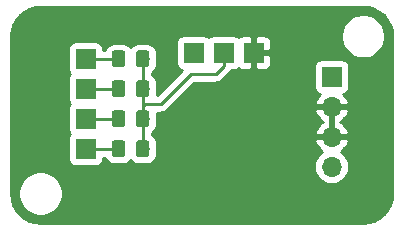
<source format=gbr>
G04 #@! TF.GenerationSoftware,KiCad,Pcbnew,5.1.2-f72e74a~84~ubuntu18.04.1*
G04 #@! TF.CreationDate,2019-07-02T11:32:23+08:00*
G04 #@! TF.ProjectId,cs4354-daughterboard_noDIL,63733433-3534-42d6-9461-756768746572,rev?*
G04 #@! TF.SameCoordinates,Original*
G04 #@! TF.FileFunction,Copper,L2,Bot*
G04 #@! TF.FilePolarity,Positive*
%FSLAX46Y46*%
G04 Gerber Fmt 4.6, Leading zero omitted, Abs format (unit mm)*
G04 Created by KiCad (PCBNEW 5.1.2-f72e74a~84~ubuntu18.04.1) date 2019-07-02 11:32:23*
%MOMM*%
%LPD*%
G04 APERTURE LIST*
%ADD10C,0.100000*%
%ADD11C,1.150000*%
%ADD12R,1.700000X1.700000*%
%ADD13O,1.700000X1.700000*%
%ADD14C,0.800000*%
%ADD15C,0.250000*%
%ADD16C,0.254000*%
G04 APERTURE END LIST*
D10*
G36*
X133200505Y-67373204D02*
G01*
X133224773Y-67376804D01*
X133248572Y-67382765D01*
X133271671Y-67391030D01*
X133293850Y-67401520D01*
X133314893Y-67414132D01*
X133334599Y-67428747D01*
X133352777Y-67445223D01*
X133369253Y-67463401D01*
X133383868Y-67483107D01*
X133396480Y-67504150D01*
X133406970Y-67526329D01*
X133415235Y-67549428D01*
X133421196Y-67573227D01*
X133424796Y-67597495D01*
X133426000Y-67621999D01*
X133426000Y-68522001D01*
X133424796Y-68546505D01*
X133421196Y-68570773D01*
X133415235Y-68594572D01*
X133406970Y-68617671D01*
X133396480Y-68639850D01*
X133383868Y-68660893D01*
X133369253Y-68680599D01*
X133352777Y-68698777D01*
X133334599Y-68715253D01*
X133314893Y-68729868D01*
X133293850Y-68742480D01*
X133271671Y-68752970D01*
X133248572Y-68761235D01*
X133224773Y-68767196D01*
X133200505Y-68770796D01*
X133176001Y-68772000D01*
X132525999Y-68772000D01*
X132501495Y-68770796D01*
X132477227Y-68767196D01*
X132453428Y-68761235D01*
X132430329Y-68752970D01*
X132408150Y-68742480D01*
X132387107Y-68729868D01*
X132367401Y-68715253D01*
X132349223Y-68698777D01*
X132332747Y-68680599D01*
X132318132Y-68660893D01*
X132305520Y-68639850D01*
X132295030Y-68617671D01*
X132286765Y-68594572D01*
X132280804Y-68570773D01*
X132277204Y-68546505D01*
X132276000Y-68522001D01*
X132276000Y-67621999D01*
X132277204Y-67597495D01*
X132280804Y-67573227D01*
X132286765Y-67549428D01*
X132295030Y-67526329D01*
X132305520Y-67504150D01*
X132318132Y-67483107D01*
X132332747Y-67463401D01*
X132349223Y-67445223D01*
X132367401Y-67428747D01*
X132387107Y-67414132D01*
X132408150Y-67401520D01*
X132430329Y-67391030D01*
X132453428Y-67382765D01*
X132477227Y-67376804D01*
X132501495Y-67373204D01*
X132525999Y-67372000D01*
X133176001Y-67372000D01*
X133200505Y-67373204D01*
X133200505Y-67373204D01*
G37*
D11*
X132851000Y-68072000D03*
D10*
G36*
X131150505Y-67373204D02*
G01*
X131174773Y-67376804D01*
X131198572Y-67382765D01*
X131221671Y-67391030D01*
X131243850Y-67401520D01*
X131264893Y-67414132D01*
X131284599Y-67428747D01*
X131302777Y-67445223D01*
X131319253Y-67463401D01*
X131333868Y-67483107D01*
X131346480Y-67504150D01*
X131356970Y-67526329D01*
X131365235Y-67549428D01*
X131371196Y-67573227D01*
X131374796Y-67597495D01*
X131376000Y-67621999D01*
X131376000Y-68522001D01*
X131374796Y-68546505D01*
X131371196Y-68570773D01*
X131365235Y-68594572D01*
X131356970Y-68617671D01*
X131346480Y-68639850D01*
X131333868Y-68660893D01*
X131319253Y-68680599D01*
X131302777Y-68698777D01*
X131284599Y-68715253D01*
X131264893Y-68729868D01*
X131243850Y-68742480D01*
X131221671Y-68752970D01*
X131198572Y-68761235D01*
X131174773Y-68767196D01*
X131150505Y-68770796D01*
X131126001Y-68772000D01*
X130475999Y-68772000D01*
X130451495Y-68770796D01*
X130427227Y-68767196D01*
X130403428Y-68761235D01*
X130380329Y-68752970D01*
X130358150Y-68742480D01*
X130337107Y-68729868D01*
X130317401Y-68715253D01*
X130299223Y-68698777D01*
X130282747Y-68680599D01*
X130268132Y-68660893D01*
X130255520Y-68639850D01*
X130245030Y-68617671D01*
X130236765Y-68594572D01*
X130230804Y-68570773D01*
X130227204Y-68546505D01*
X130226000Y-68522001D01*
X130226000Y-67621999D01*
X130227204Y-67597495D01*
X130230804Y-67573227D01*
X130236765Y-67549428D01*
X130245030Y-67526329D01*
X130255520Y-67504150D01*
X130268132Y-67483107D01*
X130282747Y-67463401D01*
X130299223Y-67445223D01*
X130317401Y-67428747D01*
X130337107Y-67414132D01*
X130358150Y-67401520D01*
X130380329Y-67391030D01*
X130403428Y-67382765D01*
X130427227Y-67376804D01*
X130451495Y-67373204D01*
X130475999Y-67372000D01*
X131126001Y-67372000D01*
X131150505Y-67373204D01*
X131150505Y-67373204D01*
G37*
D11*
X130801000Y-68072000D03*
D10*
G36*
X133200505Y-64833204D02*
G01*
X133224773Y-64836804D01*
X133248572Y-64842765D01*
X133271671Y-64851030D01*
X133293850Y-64861520D01*
X133314893Y-64874132D01*
X133334599Y-64888747D01*
X133352777Y-64905223D01*
X133369253Y-64923401D01*
X133383868Y-64943107D01*
X133396480Y-64964150D01*
X133406970Y-64986329D01*
X133415235Y-65009428D01*
X133421196Y-65033227D01*
X133424796Y-65057495D01*
X133426000Y-65081999D01*
X133426000Y-65982001D01*
X133424796Y-66006505D01*
X133421196Y-66030773D01*
X133415235Y-66054572D01*
X133406970Y-66077671D01*
X133396480Y-66099850D01*
X133383868Y-66120893D01*
X133369253Y-66140599D01*
X133352777Y-66158777D01*
X133334599Y-66175253D01*
X133314893Y-66189868D01*
X133293850Y-66202480D01*
X133271671Y-66212970D01*
X133248572Y-66221235D01*
X133224773Y-66227196D01*
X133200505Y-66230796D01*
X133176001Y-66232000D01*
X132525999Y-66232000D01*
X132501495Y-66230796D01*
X132477227Y-66227196D01*
X132453428Y-66221235D01*
X132430329Y-66212970D01*
X132408150Y-66202480D01*
X132387107Y-66189868D01*
X132367401Y-66175253D01*
X132349223Y-66158777D01*
X132332747Y-66140599D01*
X132318132Y-66120893D01*
X132305520Y-66099850D01*
X132295030Y-66077671D01*
X132286765Y-66054572D01*
X132280804Y-66030773D01*
X132277204Y-66006505D01*
X132276000Y-65982001D01*
X132276000Y-65081999D01*
X132277204Y-65057495D01*
X132280804Y-65033227D01*
X132286765Y-65009428D01*
X132295030Y-64986329D01*
X132305520Y-64964150D01*
X132318132Y-64943107D01*
X132332747Y-64923401D01*
X132349223Y-64905223D01*
X132367401Y-64888747D01*
X132387107Y-64874132D01*
X132408150Y-64861520D01*
X132430329Y-64851030D01*
X132453428Y-64842765D01*
X132477227Y-64836804D01*
X132501495Y-64833204D01*
X132525999Y-64832000D01*
X133176001Y-64832000D01*
X133200505Y-64833204D01*
X133200505Y-64833204D01*
G37*
D11*
X132851000Y-65532000D03*
D10*
G36*
X131150505Y-64833204D02*
G01*
X131174773Y-64836804D01*
X131198572Y-64842765D01*
X131221671Y-64851030D01*
X131243850Y-64861520D01*
X131264893Y-64874132D01*
X131284599Y-64888747D01*
X131302777Y-64905223D01*
X131319253Y-64923401D01*
X131333868Y-64943107D01*
X131346480Y-64964150D01*
X131356970Y-64986329D01*
X131365235Y-65009428D01*
X131371196Y-65033227D01*
X131374796Y-65057495D01*
X131376000Y-65081999D01*
X131376000Y-65982001D01*
X131374796Y-66006505D01*
X131371196Y-66030773D01*
X131365235Y-66054572D01*
X131356970Y-66077671D01*
X131346480Y-66099850D01*
X131333868Y-66120893D01*
X131319253Y-66140599D01*
X131302777Y-66158777D01*
X131284599Y-66175253D01*
X131264893Y-66189868D01*
X131243850Y-66202480D01*
X131221671Y-66212970D01*
X131198572Y-66221235D01*
X131174773Y-66227196D01*
X131150505Y-66230796D01*
X131126001Y-66232000D01*
X130475999Y-66232000D01*
X130451495Y-66230796D01*
X130427227Y-66227196D01*
X130403428Y-66221235D01*
X130380329Y-66212970D01*
X130358150Y-66202480D01*
X130337107Y-66189868D01*
X130317401Y-66175253D01*
X130299223Y-66158777D01*
X130282747Y-66140599D01*
X130268132Y-66120893D01*
X130255520Y-66099850D01*
X130245030Y-66077671D01*
X130236765Y-66054572D01*
X130230804Y-66030773D01*
X130227204Y-66006505D01*
X130226000Y-65982001D01*
X130226000Y-65081999D01*
X130227204Y-65057495D01*
X130230804Y-65033227D01*
X130236765Y-65009428D01*
X130245030Y-64986329D01*
X130255520Y-64964150D01*
X130268132Y-64943107D01*
X130282747Y-64923401D01*
X130299223Y-64905223D01*
X130317401Y-64888747D01*
X130337107Y-64874132D01*
X130358150Y-64861520D01*
X130380329Y-64851030D01*
X130403428Y-64842765D01*
X130427227Y-64836804D01*
X130451495Y-64833204D01*
X130475999Y-64832000D01*
X131126001Y-64832000D01*
X131150505Y-64833204D01*
X131150505Y-64833204D01*
G37*
D11*
X130801000Y-65532000D03*
D10*
G36*
X133200505Y-62293204D02*
G01*
X133224773Y-62296804D01*
X133248572Y-62302765D01*
X133271671Y-62311030D01*
X133293850Y-62321520D01*
X133314893Y-62334132D01*
X133334599Y-62348747D01*
X133352777Y-62365223D01*
X133369253Y-62383401D01*
X133383868Y-62403107D01*
X133396480Y-62424150D01*
X133406970Y-62446329D01*
X133415235Y-62469428D01*
X133421196Y-62493227D01*
X133424796Y-62517495D01*
X133426000Y-62541999D01*
X133426000Y-63442001D01*
X133424796Y-63466505D01*
X133421196Y-63490773D01*
X133415235Y-63514572D01*
X133406970Y-63537671D01*
X133396480Y-63559850D01*
X133383868Y-63580893D01*
X133369253Y-63600599D01*
X133352777Y-63618777D01*
X133334599Y-63635253D01*
X133314893Y-63649868D01*
X133293850Y-63662480D01*
X133271671Y-63672970D01*
X133248572Y-63681235D01*
X133224773Y-63687196D01*
X133200505Y-63690796D01*
X133176001Y-63692000D01*
X132525999Y-63692000D01*
X132501495Y-63690796D01*
X132477227Y-63687196D01*
X132453428Y-63681235D01*
X132430329Y-63672970D01*
X132408150Y-63662480D01*
X132387107Y-63649868D01*
X132367401Y-63635253D01*
X132349223Y-63618777D01*
X132332747Y-63600599D01*
X132318132Y-63580893D01*
X132305520Y-63559850D01*
X132295030Y-63537671D01*
X132286765Y-63514572D01*
X132280804Y-63490773D01*
X132277204Y-63466505D01*
X132276000Y-63442001D01*
X132276000Y-62541999D01*
X132277204Y-62517495D01*
X132280804Y-62493227D01*
X132286765Y-62469428D01*
X132295030Y-62446329D01*
X132305520Y-62424150D01*
X132318132Y-62403107D01*
X132332747Y-62383401D01*
X132349223Y-62365223D01*
X132367401Y-62348747D01*
X132387107Y-62334132D01*
X132408150Y-62321520D01*
X132430329Y-62311030D01*
X132453428Y-62302765D01*
X132477227Y-62296804D01*
X132501495Y-62293204D01*
X132525999Y-62292000D01*
X133176001Y-62292000D01*
X133200505Y-62293204D01*
X133200505Y-62293204D01*
G37*
D11*
X132851000Y-62992000D03*
D10*
G36*
X131150505Y-62293204D02*
G01*
X131174773Y-62296804D01*
X131198572Y-62302765D01*
X131221671Y-62311030D01*
X131243850Y-62321520D01*
X131264893Y-62334132D01*
X131284599Y-62348747D01*
X131302777Y-62365223D01*
X131319253Y-62383401D01*
X131333868Y-62403107D01*
X131346480Y-62424150D01*
X131356970Y-62446329D01*
X131365235Y-62469428D01*
X131371196Y-62493227D01*
X131374796Y-62517495D01*
X131376000Y-62541999D01*
X131376000Y-63442001D01*
X131374796Y-63466505D01*
X131371196Y-63490773D01*
X131365235Y-63514572D01*
X131356970Y-63537671D01*
X131346480Y-63559850D01*
X131333868Y-63580893D01*
X131319253Y-63600599D01*
X131302777Y-63618777D01*
X131284599Y-63635253D01*
X131264893Y-63649868D01*
X131243850Y-63662480D01*
X131221671Y-63672970D01*
X131198572Y-63681235D01*
X131174773Y-63687196D01*
X131150505Y-63690796D01*
X131126001Y-63692000D01*
X130475999Y-63692000D01*
X130451495Y-63690796D01*
X130427227Y-63687196D01*
X130403428Y-63681235D01*
X130380329Y-63672970D01*
X130358150Y-63662480D01*
X130337107Y-63649868D01*
X130317401Y-63635253D01*
X130299223Y-63618777D01*
X130282747Y-63600599D01*
X130268132Y-63580893D01*
X130255520Y-63559850D01*
X130245030Y-63537671D01*
X130236765Y-63514572D01*
X130230804Y-63490773D01*
X130227204Y-63466505D01*
X130226000Y-63442001D01*
X130226000Y-62541999D01*
X130227204Y-62517495D01*
X130230804Y-62493227D01*
X130236765Y-62469428D01*
X130245030Y-62446329D01*
X130255520Y-62424150D01*
X130268132Y-62403107D01*
X130282747Y-62383401D01*
X130299223Y-62365223D01*
X130317401Y-62348747D01*
X130337107Y-62334132D01*
X130358150Y-62321520D01*
X130380329Y-62311030D01*
X130403428Y-62302765D01*
X130427227Y-62296804D01*
X130451495Y-62293204D01*
X130475999Y-62292000D01*
X131126001Y-62292000D01*
X131150505Y-62293204D01*
X131150505Y-62293204D01*
G37*
D11*
X130801000Y-62992000D03*
D10*
G36*
X133200505Y-59753204D02*
G01*
X133224773Y-59756804D01*
X133248572Y-59762765D01*
X133271671Y-59771030D01*
X133293850Y-59781520D01*
X133314893Y-59794132D01*
X133334599Y-59808747D01*
X133352777Y-59825223D01*
X133369253Y-59843401D01*
X133383868Y-59863107D01*
X133396480Y-59884150D01*
X133406970Y-59906329D01*
X133415235Y-59929428D01*
X133421196Y-59953227D01*
X133424796Y-59977495D01*
X133426000Y-60001999D01*
X133426000Y-60902001D01*
X133424796Y-60926505D01*
X133421196Y-60950773D01*
X133415235Y-60974572D01*
X133406970Y-60997671D01*
X133396480Y-61019850D01*
X133383868Y-61040893D01*
X133369253Y-61060599D01*
X133352777Y-61078777D01*
X133334599Y-61095253D01*
X133314893Y-61109868D01*
X133293850Y-61122480D01*
X133271671Y-61132970D01*
X133248572Y-61141235D01*
X133224773Y-61147196D01*
X133200505Y-61150796D01*
X133176001Y-61152000D01*
X132525999Y-61152000D01*
X132501495Y-61150796D01*
X132477227Y-61147196D01*
X132453428Y-61141235D01*
X132430329Y-61132970D01*
X132408150Y-61122480D01*
X132387107Y-61109868D01*
X132367401Y-61095253D01*
X132349223Y-61078777D01*
X132332747Y-61060599D01*
X132318132Y-61040893D01*
X132305520Y-61019850D01*
X132295030Y-60997671D01*
X132286765Y-60974572D01*
X132280804Y-60950773D01*
X132277204Y-60926505D01*
X132276000Y-60902001D01*
X132276000Y-60001999D01*
X132277204Y-59977495D01*
X132280804Y-59953227D01*
X132286765Y-59929428D01*
X132295030Y-59906329D01*
X132305520Y-59884150D01*
X132318132Y-59863107D01*
X132332747Y-59843401D01*
X132349223Y-59825223D01*
X132367401Y-59808747D01*
X132387107Y-59794132D01*
X132408150Y-59781520D01*
X132430329Y-59771030D01*
X132453428Y-59762765D01*
X132477227Y-59756804D01*
X132501495Y-59753204D01*
X132525999Y-59752000D01*
X133176001Y-59752000D01*
X133200505Y-59753204D01*
X133200505Y-59753204D01*
G37*
D11*
X132851000Y-60452000D03*
D10*
G36*
X131150505Y-59753204D02*
G01*
X131174773Y-59756804D01*
X131198572Y-59762765D01*
X131221671Y-59771030D01*
X131243850Y-59781520D01*
X131264893Y-59794132D01*
X131284599Y-59808747D01*
X131302777Y-59825223D01*
X131319253Y-59843401D01*
X131333868Y-59863107D01*
X131346480Y-59884150D01*
X131356970Y-59906329D01*
X131365235Y-59929428D01*
X131371196Y-59953227D01*
X131374796Y-59977495D01*
X131376000Y-60001999D01*
X131376000Y-60902001D01*
X131374796Y-60926505D01*
X131371196Y-60950773D01*
X131365235Y-60974572D01*
X131356970Y-60997671D01*
X131346480Y-61019850D01*
X131333868Y-61040893D01*
X131319253Y-61060599D01*
X131302777Y-61078777D01*
X131284599Y-61095253D01*
X131264893Y-61109868D01*
X131243850Y-61122480D01*
X131221671Y-61132970D01*
X131198572Y-61141235D01*
X131174773Y-61147196D01*
X131150505Y-61150796D01*
X131126001Y-61152000D01*
X130475999Y-61152000D01*
X130451495Y-61150796D01*
X130427227Y-61147196D01*
X130403428Y-61141235D01*
X130380329Y-61132970D01*
X130358150Y-61122480D01*
X130337107Y-61109868D01*
X130317401Y-61095253D01*
X130299223Y-61078777D01*
X130282747Y-61060599D01*
X130268132Y-61040893D01*
X130255520Y-61019850D01*
X130245030Y-60997671D01*
X130236765Y-60974572D01*
X130230804Y-60950773D01*
X130227204Y-60926505D01*
X130226000Y-60902001D01*
X130226000Y-60001999D01*
X130227204Y-59977495D01*
X130230804Y-59953227D01*
X130236765Y-59929428D01*
X130245030Y-59906329D01*
X130255520Y-59884150D01*
X130268132Y-59863107D01*
X130282747Y-59843401D01*
X130299223Y-59825223D01*
X130317401Y-59808747D01*
X130337107Y-59794132D01*
X130358150Y-59781520D01*
X130380329Y-59771030D01*
X130403428Y-59762765D01*
X130427227Y-59756804D01*
X130451495Y-59753204D01*
X130475999Y-59752000D01*
X131126001Y-59752000D01*
X131150505Y-59753204D01*
X131150505Y-59753204D01*
G37*
D11*
X130801000Y-60452000D03*
D12*
X137160000Y-59944000D03*
X142240000Y-59944000D03*
D13*
X148844000Y-69596000D03*
X148844000Y-67056000D03*
X148844000Y-64516000D03*
D12*
X148844000Y-61976000D03*
X128016000Y-68072000D03*
X128016000Y-65532000D03*
X128016000Y-62992000D03*
X128016000Y-60479741D03*
X139700000Y-59944000D03*
D14*
X142240000Y-69088000D03*
X135382000Y-68072000D03*
D15*
X139700000Y-61044000D02*
X139700000Y-59944000D01*
X139022000Y-61722000D02*
X139700000Y-61044000D01*
X139022000Y-61722000D02*
X136906000Y-61722000D01*
X136906000Y-61722000D02*
X134366000Y-64262000D01*
X134366000Y-64262000D02*
X133096000Y-64262000D01*
X133096000Y-64262000D02*
X132851000Y-64507000D01*
X132851000Y-60452000D02*
X132851000Y-64507000D01*
X132851000Y-64507000D02*
X132851000Y-68072000D01*
X130801000Y-65532000D02*
X128016000Y-65532000D01*
X128016000Y-62992000D02*
X130801000Y-62992000D01*
X128043741Y-60452000D02*
X128016000Y-60479741D01*
X130801000Y-60452000D02*
X128043741Y-60452000D01*
X127771000Y-67827000D02*
X128016000Y-68072000D01*
X129116000Y-68072000D02*
X130801000Y-68072000D01*
X128016000Y-68072000D02*
X129116000Y-68072000D01*
D16*
G36*
X151994006Y-56107644D02*
G01*
X152458614Y-56247918D01*
X152887127Y-56475762D01*
X153263224Y-56782499D01*
X153572580Y-57156447D01*
X153803411Y-57583359D01*
X153946925Y-58046979D01*
X154001000Y-58561463D01*
X154001001Y-71848486D01*
X153950356Y-72365006D01*
X153810082Y-72829614D01*
X153582238Y-73258127D01*
X153275501Y-73634224D01*
X152901554Y-73943579D01*
X152474641Y-74174411D01*
X152011021Y-74317925D01*
X151496537Y-74372000D01*
X124239504Y-74372000D01*
X123722994Y-74321356D01*
X123258386Y-74181082D01*
X122829873Y-73953238D01*
X122453776Y-73646501D01*
X122144421Y-73272554D01*
X121913589Y-72845641D01*
X121770075Y-72382021D01*
X121716000Y-71867537D01*
X121716000Y-71696344D01*
X122321000Y-71696344D01*
X122321000Y-72067656D01*
X122393439Y-72431834D01*
X122535534Y-72774882D01*
X122741825Y-73083618D01*
X123004382Y-73346175D01*
X123313118Y-73552466D01*
X123656166Y-73694561D01*
X124020344Y-73767000D01*
X124391656Y-73767000D01*
X124755834Y-73694561D01*
X125098882Y-73552466D01*
X125407618Y-73346175D01*
X125670175Y-73083618D01*
X125876466Y-72774882D01*
X126018561Y-72431834D01*
X126091000Y-72067656D01*
X126091000Y-71696344D01*
X126018561Y-71332166D01*
X125876466Y-70989118D01*
X125670175Y-70680382D01*
X125407618Y-70417825D01*
X125098882Y-70211534D01*
X124755834Y-70069439D01*
X124391656Y-69997000D01*
X124020344Y-69997000D01*
X123656166Y-70069439D01*
X123313118Y-70211534D01*
X123004382Y-70417825D01*
X122741825Y-70680382D01*
X122535534Y-70989118D01*
X122393439Y-71332166D01*
X122321000Y-71696344D01*
X121716000Y-71696344D01*
X121716000Y-69596000D01*
X147351815Y-69596000D01*
X147380487Y-69887111D01*
X147465401Y-70167034D01*
X147603294Y-70425014D01*
X147788866Y-70651134D01*
X148014986Y-70836706D01*
X148272966Y-70974599D01*
X148552889Y-71059513D01*
X148771050Y-71081000D01*
X148916950Y-71081000D01*
X149135111Y-71059513D01*
X149415034Y-70974599D01*
X149673014Y-70836706D01*
X149899134Y-70651134D01*
X150084706Y-70425014D01*
X150222599Y-70167034D01*
X150307513Y-69887111D01*
X150336185Y-69596000D01*
X150307513Y-69304889D01*
X150222599Y-69024966D01*
X150084706Y-68766986D01*
X149899134Y-68540866D01*
X149673014Y-68355294D01*
X149608477Y-68320799D01*
X149725355Y-68251178D01*
X149941588Y-68056269D01*
X150115641Y-67822920D01*
X150240825Y-67560099D01*
X150285476Y-67412890D01*
X150164155Y-67183000D01*
X148971000Y-67183000D01*
X148971000Y-67203000D01*
X148717000Y-67203000D01*
X148717000Y-67183000D01*
X147523845Y-67183000D01*
X147402524Y-67412890D01*
X147447175Y-67560099D01*
X147572359Y-67822920D01*
X147746412Y-68056269D01*
X147962645Y-68251178D01*
X148079523Y-68320799D01*
X148014986Y-68355294D01*
X147788866Y-68540866D01*
X147603294Y-68766986D01*
X147465401Y-69024966D01*
X147380487Y-69304889D01*
X147351815Y-69596000D01*
X121716000Y-69596000D01*
X121716000Y-59629741D01*
X126527928Y-59629741D01*
X126527928Y-61329741D01*
X126540188Y-61454223D01*
X126576498Y-61573921D01*
X126635463Y-61684235D01*
X126677839Y-61735870D01*
X126635463Y-61787506D01*
X126576498Y-61897820D01*
X126540188Y-62017518D01*
X126527928Y-62142000D01*
X126527928Y-63842000D01*
X126540188Y-63966482D01*
X126576498Y-64086180D01*
X126635463Y-64196494D01*
X126689222Y-64262000D01*
X126635463Y-64327506D01*
X126576498Y-64437820D01*
X126540188Y-64557518D01*
X126527928Y-64682000D01*
X126527928Y-66382000D01*
X126540188Y-66506482D01*
X126576498Y-66626180D01*
X126635463Y-66736494D01*
X126689222Y-66802000D01*
X126635463Y-66867506D01*
X126576498Y-66977820D01*
X126540188Y-67097518D01*
X126527928Y-67222000D01*
X126527928Y-68922000D01*
X126540188Y-69046482D01*
X126576498Y-69166180D01*
X126635463Y-69276494D01*
X126714815Y-69373185D01*
X126811506Y-69452537D01*
X126921820Y-69511502D01*
X127041518Y-69547812D01*
X127166000Y-69560072D01*
X128866000Y-69560072D01*
X128990482Y-69547812D01*
X129110180Y-69511502D01*
X129220494Y-69452537D01*
X129317185Y-69373185D01*
X129396537Y-69276494D01*
X129455502Y-69166180D01*
X129491812Y-69046482D01*
X129504072Y-68922000D01*
X129504072Y-68832000D01*
X129646473Y-68832000D01*
X129655528Y-68861851D01*
X129737595Y-69015387D01*
X129848038Y-69149962D01*
X129982613Y-69260405D01*
X130136149Y-69342472D01*
X130302745Y-69393008D01*
X130475999Y-69410072D01*
X131126001Y-69410072D01*
X131299255Y-69393008D01*
X131465851Y-69342472D01*
X131619387Y-69260405D01*
X131753962Y-69149962D01*
X131826000Y-69062184D01*
X131898038Y-69149962D01*
X132032613Y-69260405D01*
X132186149Y-69342472D01*
X132352745Y-69393008D01*
X132525999Y-69410072D01*
X133176001Y-69410072D01*
X133349255Y-69393008D01*
X133515851Y-69342472D01*
X133669387Y-69260405D01*
X133803962Y-69149962D01*
X133914405Y-69015387D01*
X133996472Y-68861851D01*
X134047008Y-68695255D01*
X134064072Y-68522001D01*
X134064072Y-67621999D01*
X134047008Y-67448745D01*
X133996472Y-67282149D01*
X133914405Y-67128613D01*
X133803962Y-66994038D01*
X133669387Y-66883595D01*
X133611000Y-66852386D01*
X133611000Y-66751614D01*
X133669387Y-66720405D01*
X133803962Y-66609962D01*
X133914405Y-66475387D01*
X133996472Y-66321851D01*
X134047008Y-66155255D01*
X134064072Y-65982001D01*
X134064072Y-65081999D01*
X134058163Y-65022000D01*
X134328678Y-65022000D01*
X134366000Y-65025676D01*
X134403322Y-65022000D01*
X134403333Y-65022000D01*
X134514986Y-65011003D01*
X134658247Y-64967546D01*
X134790276Y-64896974D01*
X134819622Y-64872890D01*
X147402524Y-64872890D01*
X147447175Y-65020099D01*
X147572359Y-65282920D01*
X147746412Y-65516269D01*
X147962645Y-65711178D01*
X148088255Y-65786000D01*
X147962645Y-65860822D01*
X147746412Y-66055731D01*
X147572359Y-66289080D01*
X147447175Y-66551901D01*
X147402524Y-66699110D01*
X147523845Y-66929000D01*
X148717000Y-66929000D01*
X148717000Y-64643000D01*
X148971000Y-64643000D01*
X148971000Y-66929000D01*
X150164155Y-66929000D01*
X150285476Y-66699110D01*
X150240825Y-66551901D01*
X150115641Y-66289080D01*
X149941588Y-66055731D01*
X149725355Y-65860822D01*
X149599745Y-65786000D01*
X149725355Y-65711178D01*
X149941588Y-65516269D01*
X150115641Y-65282920D01*
X150240825Y-65020099D01*
X150285476Y-64872890D01*
X150164155Y-64643000D01*
X148971000Y-64643000D01*
X148717000Y-64643000D01*
X147523845Y-64643000D01*
X147402524Y-64872890D01*
X134819622Y-64872890D01*
X134906001Y-64802001D01*
X134929804Y-64772997D01*
X137220803Y-62482000D01*
X138984678Y-62482000D01*
X139022000Y-62485676D01*
X139059322Y-62482000D01*
X139059333Y-62482000D01*
X139170986Y-62471003D01*
X139314247Y-62427546D01*
X139446276Y-62356974D01*
X139562001Y-62262001D01*
X139585803Y-62232998D01*
X140211004Y-61607798D01*
X140240001Y-61584001D01*
X140334974Y-61468276D01*
X140354326Y-61432072D01*
X140550000Y-61432072D01*
X140674482Y-61419812D01*
X140794180Y-61383502D01*
X140904494Y-61324537D01*
X140970000Y-61270778D01*
X141035506Y-61324537D01*
X141145820Y-61383502D01*
X141265518Y-61419812D01*
X141390000Y-61432072D01*
X141954250Y-61429000D01*
X142113000Y-61270250D01*
X142113000Y-60071000D01*
X142367000Y-60071000D01*
X142367000Y-61270250D01*
X142525750Y-61429000D01*
X143090000Y-61432072D01*
X143214482Y-61419812D01*
X143334180Y-61383502D01*
X143444494Y-61324537D01*
X143541185Y-61245185D01*
X143620537Y-61148494D01*
X143632560Y-61126000D01*
X147355928Y-61126000D01*
X147355928Y-62826000D01*
X147368188Y-62950482D01*
X147404498Y-63070180D01*
X147463463Y-63180494D01*
X147542815Y-63277185D01*
X147639506Y-63356537D01*
X147749820Y-63415502D01*
X147830466Y-63439966D01*
X147746412Y-63515731D01*
X147572359Y-63749080D01*
X147447175Y-64011901D01*
X147402524Y-64159110D01*
X147523845Y-64389000D01*
X148717000Y-64389000D01*
X148717000Y-64369000D01*
X148971000Y-64369000D01*
X148971000Y-64389000D01*
X150164155Y-64389000D01*
X150285476Y-64159110D01*
X150240825Y-64011901D01*
X150115641Y-63749080D01*
X149941588Y-63515731D01*
X149857534Y-63439966D01*
X149938180Y-63415502D01*
X150048494Y-63356537D01*
X150145185Y-63277185D01*
X150224537Y-63180494D01*
X150283502Y-63070180D01*
X150319812Y-62950482D01*
X150332072Y-62826000D01*
X150332072Y-61126000D01*
X150319812Y-61001518D01*
X150283502Y-60881820D01*
X150224537Y-60771506D01*
X150145185Y-60674815D01*
X150048494Y-60595463D01*
X149938180Y-60536498D01*
X149818482Y-60500188D01*
X149694000Y-60487928D01*
X147994000Y-60487928D01*
X147869518Y-60500188D01*
X147749820Y-60536498D01*
X147639506Y-60595463D01*
X147542815Y-60674815D01*
X147463463Y-60771506D01*
X147404498Y-60881820D01*
X147368188Y-61001518D01*
X147355928Y-61126000D01*
X143632560Y-61126000D01*
X143679502Y-61038180D01*
X143715812Y-60918482D01*
X143728072Y-60794000D01*
X143725000Y-60229750D01*
X143566250Y-60071000D01*
X142367000Y-60071000D01*
X142113000Y-60071000D01*
X142093000Y-60071000D01*
X142093000Y-59817000D01*
X142113000Y-59817000D01*
X142113000Y-58617750D01*
X142367000Y-58617750D01*
X142367000Y-59817000D01*
X143566250Y-59817000D01*
X143725000Y-59658250D01*
X143728072Y-59094000D01*
X143715812Y-58969518D01*
X143679502Y-58849820D01*
X143620537Y-58739506D01*
X143541185Y-58642815D01*
X143444494Y-58563463D01*
X143334180Y-58504498D01*
X143214482Y-58468188D01*
X143090000Y-58455928D01*
X142525750Y-58459000D01*
X142367000Y-58617750D01*
X142113000Y-58617750D01*
X141954250Y-58459000D01*
X141390000Y-58455928D01*
X141265518Y-58468188D01*
X141145820Y-58504498D01*
X141035506Y-58563463D01*
X140970000Y-58617222D01*
X140904494Y-58563463D01*
X140794180Y-58504498D01*
X140674482Y-58468188D01*
X140550000Y-58455928D01*
X138850000Y-58455928D01*
X138725518Y-58468188D01*
X138605820Y-58504498D01*
X138495506Y-58563463D01*
X138430000Y-58617222D01*
X138364494Y-58563463D01*
X138254180Y-58504498D01*
X138134482Y-58468188D01*
X138010000Y-58455928D01*
X136310000Y-58455928D01*
X136185518Y-58468188D01*
X136065820Y-58504498D01*
X135955506Y-58563463D01*
X135858815Y-58642815D01*
X135779463Y-58739506D01*
X135720498Y-58849820D01*
X135684188Y-58969518D01*
X135671928Y-59094000D01*
X135671928Y-60794000D01*
X135684188Y-60918482D01*
X135720498Y-61038180D01*
X135779463Y-61148494D01*
X135858815Y-61245185D01*
X135955506Y-61324537D01*
X136065820Y-61383502D01*
X136145519Y-61407678D01*
X134058923Y-63494275D01*
X134064072Y-63442001D01*
X134064072Y-62541999D01*
X134047008Y-62368745D01*
X133996472Y-62202149D01*
X133914405Y-62048613D01*
X133803962Y-61914038D01*
X133669387Y-61803595D01*
X133611000Y-61772386D01*
X133611000Y-61671614D01*
X133669387Y-61640405D01*
X133803962Y-61529962D01*
X133914405Y-61395387D01*
X133996472Y-61241851D01*
X134047008Y-61075255D01*
X134064072Y-60902001D01*
X134064072Y-60001999D01*
X134047008Y-59828745D01*
X133996472Y-59662149D01*
X133914405Y-59508613D01*
X133803962Y-59374038D01*
X133669387Y-59263595D01*
X133515851Y-59181528D01*
X133349255Y-59130992D01*
X133176001Y-59113928D01*
X132525999Y-59113928D01*
X132352745Y-59130992D01*
X132186149Y-59181528D01*
X132032613Y-59263595D01*
X131898038Y-59374038D01*
X131826000Y-59461816D01*
X131753962Y-59374038D01*
X131619387Y-59263595D01*
X131465851Y-59181528D01*
X131299255Y-59130992D01*
X131126001Y-59113928D01*
X130475999Y-59113928D01*
X130302745Y-59130992D01*
X130136149Y-59181528D01*
X129982613Y-59263595D01*
X129848038Y-59374038D01*
X129737595Y-59508613D01*
X129655528Y-59662149D01*
X129646473Y-59692000D01*
X129504072Y-59692000D01*
X129504072Y-59629741D01*
X129491812Y-59505259D01*
X129455502Y-59385561D01*
X129396537Y-59275247D01*
X129317185Y-59178556D01*
X129220494Y-59099204D01*
X129110180Y-59040239D01*
X128990482Y-59003929D01*
X128866000Y-58991669D01*
X127166000Y-58991669D01*
X127041518Y-59003929D01*
X126921820Y-59040239D01*
X126811506Y-59099204D01*
X126714815Y-59178556D01*
X126635463Y-59275247D01*
X126576498Y-59385561D01*
X126540188Y-59505259D01*
X126527928Y-59629741D01*
X121716000Y-59629741D01*
X121716000Y-58580504D01*
X121737488Y-58361344D01*
X149626000Y-58361344D01*
X149626000Y-58732656D01*
X149698439Y-59096834D01*
X149840534Y-59439882D01*
X150046825Y-59748618D01*
X150309382Y-60011175D01*
X150618118Y-60217466D01*
X150961166Y-60359561D01*
X151325344Y-60432000D01*
X151696656Y-60432000D01*
X152060834Y-60359561D01*
X152403882Y-60217466D01*
X152712618Y-60011175D01*
X152975175Y-59748618D01*
X153181466Y-59439882D01*
X153323561Y-59096834D01*
X153396000Y-58732656D01*
X153396000Y-58361344D01*
X153323561Y-57997166D01*
X153181466Y-57654118D01*
X152975175Y-57345382D01*
X152712618Y-57082825D01*
X152403882Y-56876534D01*
X152060834Y-56734439D01*
X151696656Y-56662000D01*
X151325344Y-56662000D01*
X150961166Y-56734439D01*
X150618118Y-56876534D01*
X150309382Y-57082825D01*
X150046825Y-57345382D01*
X149840534Y-57654118D01*
X149698439Y-57997166D01*
X149626000Y-58361344D01*
X121737488Y-58361344D01*
X121766644Y-58063994D01*
X121906918Y-57599386D01*
X122134762Y-57170873D01*
X122441499Y-56794776D01*
X122815447Y-56485420D01*
X123242359Y-56254589D01*
X123705979Y-56111075D01*
X124220463Y-56057000D01*
X151477496Y-56057000D01*
X151994006Y-56107644D01*
X151994006Y-56107644D01*
G37*
X151994006Y-56107644D02*
X152458614Y-56247918D01*
X152887127Y-56475762D01*
X153263224Y-56782499D01*
X153572580Y-57156447D01*
X153803411Y-57583359D01*
X153946925Y-58046979D01*
X154001000Y-58561463D01*
X154001001Y-71848486D01*
X153950356Y-72365006D01*
X153810082Y-72829614D01*
X153582238Y-73258127D01*
X153275501Y-73634224D01*
X152901554Y-73943579D01*
X152474641Y-74174411D01*
X152011021Y-74317925D01*
X151496537Y-74372000D01*
X124239504Y-74372000D01*
X123722994Y-74321356D01*
X123258386Y-74181082D01*
X122829873Y-73953238D01*
X122453776Y-73646501D01*
X122144421Y-73272554D01*
X121913589Y-72845641D01*
X121770075Y-72382021D01*
X121716000Y-71867537D01*
X121716000Y-71696344D01*
X122321000Y-71696344D01*
X122321000Y-72067656D01*
X122393439Y-72431834D01*
X122535534Y-72774882D01*
X122741825Y-73083618D01*
X123004382Y-73346175D01*
X123313118Y-73552466D01*
X123656166Y-73694561D01*
X124020344Y-73767000D01*
X124391656Y-73767000D01*
X124755834Y-73694561D01*
X125098882Y-73552466D01*
X125407618Y-73346175D01*
X125670175Y-73083618D01*
X125876466Y-72774882D01*
X126018561Y-72431834D01*
X126091000Y-72067656D01*
X126091000Y-71696344D01*
X126018561Y-71332166D01*
X125876466Y-70989118D01*
X125670175Y-70680382D01*
X125407618Y-70417825D01*
X125098882Y-70211534D01*
X124755834Y-70069439D01*
X124391656Y-69997000D01*
X124020344Y-69997000D01*
X123656166Y-70069439D01*
X123313118Y-70211534D01*
X123004382Y-70417825D01*
X122741825Y-70680382D01*
X122535534Y-70989118D01*
X122393439Y-71332166D01*
X122321000Y-71696344D01*
X121716000Y-71696344D01*
X121716000Y-69596000D01*
X147351815Y-69596000D01*
X147380487Y-69887111D01*
X147465401Y-70167034D01*
X147603294Y-70425014D01*
X147788866Y-70651134D01*
X148014986Y-70836706D01*
X148272966Y-70974599D01*
X148552889Y-71059513D01*
X148771050Y-71081000D01*
X148916950Y-71081000D01*
X149135111Y-71059513D01*
X149415034Y-70974599D01*
X149673014Y-70836706D01*
X149899134Y-70651134D01*
X150084706Y-70425014D01*
X150222599Y-70167034D01*
X150307513Y-69887111D01*
X150336185Y-69596000D01*
X150307513Y-69304889D01*
X150222599Y-69024966D01*
X150084706Y-68766986D01*
X149899134Y-68540866D01*
X149673014Y-68355294D01*
X149608477Y-68320799D01*
X149725355Y-68251178D01*
X149941588Y-68056269D01*
X150115641Y-67822920D01*
X150240825Y-67560099D01*
X150285476Y-67412890D01*
X150164155Y-67183000D01*
X148971000Y-67183000D01*
X148971000Y-67203000D01*
X148717000Y-67203000D01*
X148717000Y-67183000D01*
X147523845Y-67183000D01*
X147402524Y-67412890D01*
X147447175Y-67560099D01*
X147572359Y-67822920D01*
X147746412Y-68056269D01*
X147962645Y-68251178D01*
X148079523Y-68320799D01*
X148014986Y-68355294D01*
X147788866Y-68540866D01*
X147603294Y-68766986D01*
X147465401Y-69024966D01*
X147380487Y-69304889D01*
X147351815Y-69596000D01*
X121716000Y-69596000D01*
X121716000Y-59629741D01*
X126527928Y-59629741D01*
X126527928Y-61329741D01*
X126540188Y-61454223D01*
X126576498Y-61573921D01*
X126635463Y-61684235D01*
X126677839Y-61735870D01*
X126635463Y-61787506D01*
X126576498Y-61897820D01*
X126540188Y-62017518D01*
X126527928Y-62142000D01*
X126527928Y-63842000D01*
X126540188Y-63966482D01*
X126576498Y-64086180D01*
X126635463Y-64196494D01*
X126689222Y-64262000D01*
X126635463Y-64327506D01*
X126576498Y-64437820D01*
X126540188Y-64557518D01*
X126527928Y-64682000D01*
X126527928Y-66382000D01*
X126540188Y-66506482D01*
X126576498Y-66626180D01*
X126635463Y-66736494D01*
X126689222Y-66802000D01*
X126635463Y-66867506D01*
X126576498Y-66977820D01*
X126540188Y-67097518D01*
X126527928Y-67222000D01*
X126527928Y-68922000D01*
X126540188Y-69046482D01*
X126576498Y-69166180D01*
X126635463Y-69276494D01*
X126714815Y-69373185D01*
X126811506Y-69452537D01*
X126921820Y-69511502D01*
X127041518Y-69547812D01*
X127166000Y-69560072D01*
X128866000Y-69560072D01*
X128990482Y-69547812D01*
X129110180Y-69511502D01*
X129220494Y-69452537D01*
X129317185Y-69373185D01*
X129396537Y-69276494D01*
X129455502Y-69166180D01*
X129491812Y-69046482D01*
X129504072Y-68922000D01*
X129504072Y-68832000D01*
X129646473Y-68832000D01*
X129655528Y-68861851D01*
X129737595Y-69015387D01*
X129848038Y-69149962D01*
X129982613Y-69260405D01*
X130136149Y-69342472D01*
X130302745Y-69393008D01*
X130475999Y-69410072D01*
X131126001Y-69410072D01*
X131299255Y-69393008D01*
X131465851Y-69342472D01*
X131619387Y-69260405D01*
X131753962Y-69149962D01*
X131826000Y-69062184D01*
X131898038Y-69149962D01*
X132032613Y-69260405D01*
X132186149Y-69342472D01*
X132352745Y-69393008D01*
X132525999Y-69410072D01*
X133176001Y-69410072D01*
X133349255Y-69393008D01*
X133515851Y-69342472D01*
X133669387Y-69260405D01*
X133803962Y-69149962D01*
X133914405Y-69015387D01*
X133996472Y-68861851D01*
X134047008Y-68695255D01*
X134064072Y-68522001D01*
X134064072Y-67621999D01*
X134047008Y-67448745D01*
X133996472Y-67282149D01*
X133914405Y-67128613D01*
X133803962Y-66994038D01*
X133669387Y-66883595D01*
X133611000Y-66852386D01*
X133611000Y-66751614D01*
X133669387Y-66720405D01*
X133803962Y-66609962D01*
X133914405Y-66475387D01*
X133996472Y-66321851D01*
X134047008Y-66155255D01*
X134064072Y-65982001D01*
X134064072Y-65081999D01*
X134058163Y-65022000D01*
X134328678Y-65022000D01*
X134366000Y-65025676D01*
X134403322Y-65022000D01*
X134403333Y-65022000D01*
X134514986Y-65011003D01*
X134658247Y-64967546D01*
X134790276Y-64896974D01*
X134819622Y-64872890D01*
X147402524Y-64872890D01*
X147447175Y-65020099D01*
X147572359Y-65282920D01*
X147746412Y-65516269D01*
X147962645Y-65711178D01*
X148088255Y-65786000D01*
X147962645Y-65860822D01*
X147746412Y-66055731D01*
X147572359Y-66289080D01*
X147447175Y-66551901D01*
X147402524Y-66699110D01*
X147523845Y-66929000D01*
X148717000Y-66929000D01*
X148717000Y-64643000D01*
X148971000Y-64643000D01*
X148971000Y-66929000D01*
X150164155Y-66929000D01*
X150285476Y-66699110D01*
X150240825Y-66551901D01*
X150115641Y-66289080D01*
X149941588Y-66055731D01*
X149725355Y-65860822D01*
X149599745Y-65786000D01*
X149725355Y-65711178D01*
X149941588Y-65516269D01*
X150115641Y-65282920D01*
X150240825Y-65020099D01*
X150285476Y-64872890D01*
X150164155Y-64643000D01*
X148971000Y-64643000D01*
X148717000Y-64643000D01*
X147523845Y-64643000D01*
X147402524Y-64872890D01*
X134819622Y-64872890D01*
X134906001Y-64802001D01*
X134929804Y-64772997D01*
X137220803Y-62482000D01*
X138984678Y-62482000D01*
X139022000Y-62485676D01*
X139059322Y-62482000D01*
X139059333Y-62482000D01*
X139170986Y-62471003D01*
X139314247Y-62427546D01*
X139446276Y-62356974D01*
X139562001Y-62262001D01*
X139585803Y-62232998D01*
X140211004Y-61607798D01*
X140240001Y-61584001D01*
X140334974Y-61468276D01*
X140354326Y-61432072D01*
X140550000Y-61432072D01*
X140674482Y-61419812D01*
X140794180Y-61383502D01*
X140904494Y-61324537D01*
X140970000Y-61270778D01*
X141035506Y-61324537D01*
X141145820Y-61383502D01*
X141265518Y-61419812D01*
X141390000Y-61432072D01*
X141954250Y-61429000D01*
X142113000Y-61270250D01*
X142113000Y-60071000D01*
X142367000Y-60071000D01*
X142367000Y-61270250D01*
X142525750Y-61429000D01*
X143090000Y-61432072D01*
X143214482Y-61419812D01*
X143334180Y-61383502D01*
X143444494Y-61324537D01*
X143541185Y-61245185D01*
X143620537Y-61148494D01*
X143632560Y-61126000D01*
X147355928Y-61126000D01*
X147355928Y-62826000D01*
X147368188Y-62950482D01*
X147404498Y-63070180D01*
X147463463Y-63180494D01*
X147542815Y-63277185D01*
X147639506Y-63356537D01*
X147749820Y-63415502D01*
X147830466Y-63439966D01*
X147746412Y-63515731D01*
X147572359Y-63749080D01*
X147447175Y-64011901D01*
X147402524Y-64159110D01*
X147523845Y-64389000D01*
X148717000Y-64389000D01*
X148717000Y-64369000D01*
X148971000Y-64369000D01*
X148971000Y-64389000D01*
X150164155Y-64389000D01*
X150285476Y-64159110D01*
X150240825Y-64011901D01*
X150115641Y-63749080D01*
X149941588Y-63515731D01*
X149857534Y-63439966D01*
X149938180Y-63415502D01*
X150048494Y-63356537D01*
X150145185Y-63277185D01*
X150224537Y-63180494D01*
X150283502Y-63070180D01*
X150319812Y-62950482D01*
X150332072Y-62826000D01*
X150332072Y-61126000D01*
X150319812Y-61001518D01*
X150283502Y-60881820D01*
X150224537Y-60771506D01*
X150145185Y-60674815D01*
X150048494Y-60595463D01*
X149938180Y-60536498D01*
X149818482Y-60500188D01*
X149694000Y-60487928D01*
X147994000Y-60487928D01*
X147869518Y-60500188D01*
X147749820Y-60536498D01*
X147639506Y-60595463D01*
X147542815Y-60674815D01*
X147463463Y-60771506D01*
X147404498Y-60881820D01*
X147368188Y-61001518D01*
X147355928Y-61126000D01*
X143632560Y-61126000D01*
X143679502Y-61038180D01*
X143715812Y-60918482D01*
X143728072Y-60794000D01*
X143725000Y-60229750D01*
X143566250Y-60071000D01*
X142367000Y-60071000D01*
X142113000Y-60071000D01*
X142093000Y-60071000D01*
X142093000Y-59817000D01*
X142113000Y-59817000D01*
X142113000Y-58617750D01*
X142367000Y-58617750D01*
X142367000Y-59817000D01*
X143566250Y-59817000D01*
X143725000Y-59658250D01*
X143728072Y-59094000D01*
X143715812Y-58969518D01*
X143679502Y-58849820D01*
X143620537Y-58739506D01*
X143541185Y-58642815D01*
X143444494Y-58563463D01*
X143334180Y-58504498D01*
X143214482Y-58468188D01*
X143090000Y-58455928D01*
X142525750Y-58459000D01*
X142367000Y-58617750D01*
X142113000Y-58617750D01*
X141954250Y-58459000D01*
X141390000Y-58455928D01*
X141265518Y-58468188D01*
X141145820Y-58504498D01*
X141035506Y-58563463D01*
X140970000Y-58617222D01*
X140904494Y-58563463D01*
X140794180Y-58504498D01*
X140674482Y-58468188D01*
X140550000Y-58455928D01*
X138850000Y-58455928D01*
X138725518Y-58468188D01*
X138605820Y-58504498D01*
X138495506Y-58563463D01*
X138430000Y-58617222D01*
X138364494Y-58563463D01*
X138254180Y-58504498D01*
X138134482Y-58468188D01*
X138010000Y-58455928D01*
X136310000Y-58455928D01*
X136185518Y-58468188D01*
X136065820Y-58504498D01*
X135955506Y-58563463D01*
X135858815Y-58642815D01*
X135779463Y-58739506D01*
X135720498Y-58849820D01*
X135684188Y-58969518D01*
X135671928Y-59094000D01*
X135671928Y-60794000D01*
X135684188Y-60918482D01*
X135720498Y-61038180D01*
X135779463Y-61148494D01*
X135858815Y-61245185D01*
X135955506Y-61324537D01*
X136065820Y-61383502D01*
X136145519Y-61407678D01*
X134058923Y-63494275D01*
X134064072Y-63442001D01*
X134064072Y-62541999D01*
X134047008Y-62368745D01*
X133996472Y-62202149D01*
X133914405Y-62048613D01*
X133803962Y-61914038D01*
X133669387Y-61803595D01*
X133611000Y-61772386D01*
X133611000Y-61671614D01*
X133669387Y-61640405D01*
X133803962Y-61529962D01*
X133914405Y-61395387D01*
X133996472Y-61241851D01*
X134047008Y-61075255D01*
X134064072Y-60902001D01*
X134064072Y-60001999D01*
X134047008Y-59828745D01*
X133996472Y-59662149D01*
X133914405Y-59508613D01*
X133803962Y-59374038D01*
X133669387Y-59263595D01*
X133515851Y-59181528D01*
X133349255Y-59130992D01*
X133176001Y-59113928D01*
X132525999Y-59113928D01*
X132352745Y-59130992D01*
X132186149Y-59181528D01*
X132032613Y-59263595D01*
X131898038Y-59374038D01*
X131826000Y-59461816D01*
X131753962Y-59374038D01*
X131619387Y-59263595D01*
X131465851Y-59181528D01*
X131299255Y-59130992D01*
X131126001Y-59113928D01*
X130475999Y-59113928D01*
X130302745Y-59130992D01*
X130136149Y-59181528D01*
X129982613Y-59263595D01*
X129848038Y-59374038D01*
X129737595Y-59508613D01*
X129655528Y-59662149D01*
X129646473Y-59692000D01*
X129504072Y-59692000D01*
X129504072Y-59629741D01*
X129491812Y-59505259D01*
X129455502Y-59385561D01*
X129396537Y-59275247D01*
X129317185Y-59178556D01*
X129220494Y-59099204D01*
X129110180Y-59040239D01*
X128990482Y-59003929D01*
X128866000Y-58991669D01*
X127166000Y-58991669D01*
X127041518Y-59003929D01*
X126921820Y-59040239D01*
X126811506Y-59099204D01*
X126714815Y-59178556D01*
X126635463Y-59275247D01*
X126576498Y-59385561D01*
X126540188Y-59505259D01*
X126527928Y-59629741D01*
X121716000Y-59629741D01*
X121716000Y-58580504D01*
X121737488Y-58361344D01*
X149626000Y-58361344D01*
X149626000Y-58732656D01*
X149698439Y-59096834D01*
X149840534Y-59439882D01*
X150046825Y-59748618D01*
X150309382Y-60011175D01*
X150618118Y-60217466D01*
X150961166Y-60359561D01*
X151325344Y-60432000D01*
X151696656Y-60432000D01*
X152060834Y-60359561D01*
X152403882Y-60217466D01*
X152712618Y-60011175D01*
X152975175Y-59748618D01*
X153181466Y-59439882D01*
X153323561Y-59096834D01*
X153396000Y-58732656D01*
X153396000Y-58361344D01*
X153323561Y-57997166D01*
X153181466Y-57654118D01*
X152975175Y-57345382D01*
X152712618Y-57082825D01*
X152403882Y-56876534D01*
X152060834Y-56734439D01*
X151696656Y-56662000D01*
X151325344Y-56662000D01*
X150961166Y-56734439D01*
X150618118Y-56876534D01*
X150309382Y-57082825D01*
X150046825Y-57345382D01*
X149840534Y-57654118D01*
X149698439Y-57997166D01*
X149626000Y-58361344D01*
X121737488Y-58361344D01*
X121766644Y-58063994D01*
X121906918Y-57599386D01*
X122134762Y-57170873D01*
X122441499Y-56794776D01*
X122815447Y-56485420D01*
X123242359Y-56254589D01*
X123705979Y-56111075D01*
X124220463Y-56057000D01*
X151477496Y-56057000D01*
X151994006Y-56107644D01*
M02*

</source>
